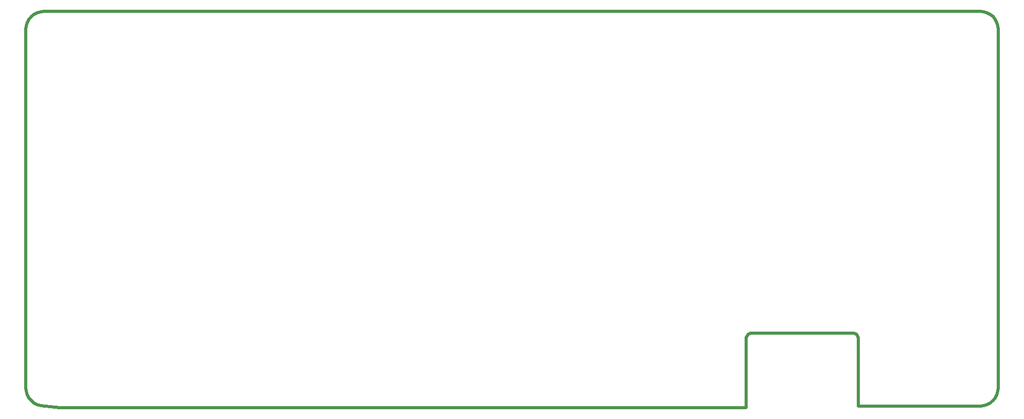
<source format=gko>
G04 Layer_Color=16711935*
%FSAX25Y25*%
%MOIN*%
G70*
G01*
G75*
%ADD49C,0.01969*%
D49*
X0584500Y0349642D02*
X0584727Y0351946D01*
X0585399Y0354162D01*
X0586490Y0356204D01*
X0587959Y0357993D01*
X0589749Y0359462D01*
X0591791Y0360554D01*
X0594007Y0361226D01*
X0596311Y0361453D01*
X1202610D01*
X1204914Y0361226D01*
X1207130Y0360554D01*
X1209172Y0359462D01*
X1210962Y0357993D01*
X1212431Y0356204D01*
X1213522Y0354162D01*
X1214194Y0351946D01*
X1214421Y0349642D01*
Y0117358D02*
Y0349642D01*
X1214194Y0115054D02*
X1214421Y0117358D01*
X1213522Y0112838D02*
X1214194Y0115054D01*
X1212431Y0110796D02*
X1213522Y0112838D01*
X1210962Y0109007D02*
X1212431Y0110796D01*
X1209172Y0107538D02*
X1210962Y0109007D01*
X1207130Y0106446D02*
X1209172Y0107538D01*
X1204914Y0105774D02*
X1207130Y0106446D01*
X1202610Y0105547D02*
X1204914Y0105774D01*
X1123870Y0105547D02*
X1202610D01*
X1123870D02*
Y0148854D01*
X1123771Y0149730D02*
X1123870Y0148854D01*
X1123480Y0150563D02*
X1123771Y0149730D01*
X1123011Y0151309D02*
X1123480Y0150563D01*
X1122388Y0151932D02*
X1123011Y0151309D01*
X1121641Y0152401D02*
X1122388Y0151932D01*
X1120809Y0152693D02*
X1121641Y0152401D01*
X1119933Y0152791D02*
X1120809Y0152693D01*
X1054972Y0152791D02*
X1119933D01*
X1054096Y0152693D02*
X1054972Y0152791D01*
X1053264Y0152401D02*
X1054096Y0152693D01*
X1052518Y0151932D02*
X1053264Y0152401D01*
X1051894Y0151309D02*
X1052518Y0151932D01*
X1051425Y0150563D02*
X1051894Y0151309D01*
X1051134Y0149730D02*
X1051425Y0150563D01*
X1051035Y0148854D02*
X1051134Y0149730D01*
X1051035Y0104545D02*
Y0148854D01*
X0606483Y0104545D02*
X1051035D01*
X0594007Y0105774D02*
X0606483Y0104545D01*
X0591791Y0106446D02*
X0594007Y0105774D01*
X0589749Y0107538D02*
X0591791Y0106446D01*
X0587959Y0109007D02*
X0589749Y0107538D01*
X0586490Y0110796D02*
X0587959Y0109007D01*
X0585399Y0112838D02*
X0586490Y0110796D01*
X0584727Y0115054D02*
X0585399Y0112838D01*
X0584500Y0117358D02*
X0584727Y0115054D01*
X0584500Y0117358D02*
Y0349642D01*
M02*

</source>
